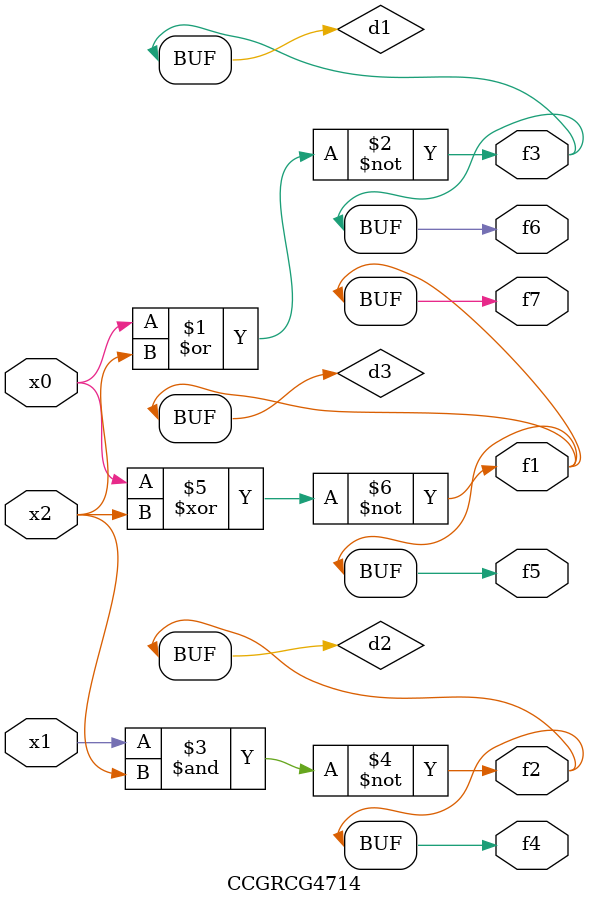
<source format=v>
module CCGRCG4714(
	input x0, x1, x2,
	output f1, f2, f3, f4, f5, f6, f7
);

	wire d1, d2, d3;

	nor (d1, x0, x2);
	nand (d2, x1, x2);
	xnor (d3, x0, x2);
	assign f1 = d3;
	assign f2 = d2;
	assign f3 = d1;
	assign f4 = d2;
	assign f5 = d3;
	assign f6 = d1;
	assign f7 = d3;
endmodule

</source>
